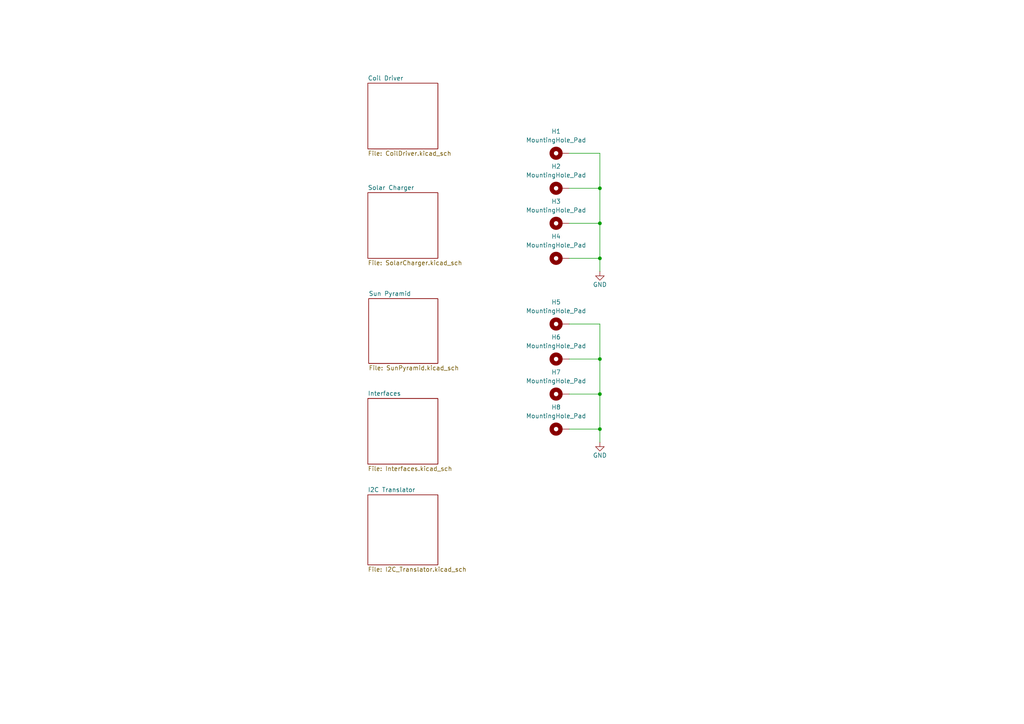
<source format=kicad_sch>
(kicad_sch (version 20231120) (generator "eeschema") (generator_version "8.0")
  (paper "A4")
  (lib_symbols
    (symbol "Mechanical:MountingHole_Pad" (pin_numbers hide) (pin_names (offset 1.016) hide) (exclude_from_sim yes) (in_bom no)
      (property "Reference" "H" (at 0 6.35 0))
      (property "Value" "MountingHole_Pad" (at 0 4.445 0))
      (symbol "MountingHole_Pad_0_1"
        (circle (center 0 1.27) (radius 1.27) (stroke (width 1.27)))
      )
      (symbol "MountingHole_Pad_1_1"
        (pin input line (at 0 -2.54 90) (length 2.54) (name "1") (number "1"))
      )
    )
    (symbol "power:GND" (power) (pin_numbers hide) (pin_names (offset 0) hide)
      (property "Value" "GND" (at 0 -3.81 0))
      (symbol "GND_0_1"
        (polyline (pts (xy 0 0) (xy 0 -1.27) (xy 1.27 -1.27) (xy 0 -2.54) (xy -1.27 -1.27) (xy 0 -1.27)))
      )
      (symbol "GND_1_1"
        (pin power_in line (at 0 0 270) (length 0) (name "~") (number "1"))
      )
    )
  )
  (junction (at 173.99 64.77))
  (junction (at 173.99 114.3))
  (junction (at 173.99 54.61))
  (junction (at 173.99 124.46))
  (junction (at 173.99 74.93))
  (junction (at 173.99 104.14))
  (wire (pts (xy 173.99 104.14) (xy 173.99 93.98)))
  (wire (pts (xy 173.99 124.46) (xy 173.99 114.3)))
  (wire (pts (xy 165.1 54.61) (xy 173.99 54.61)))
  (wire (pts (xy 165.1 64.77) (xy 173.99 64.77)))
  (wire (pts (xy 173.99 54.61) (xy 173.99 44.45)))
  (wire (pts (xy 173.99 64.77) (xy 173.99 54.61)))
  (wire (pts (xy 173.99 93.98) (xy 165.1 93.98)))
  (wire (pts (xy 165.1 104.14) (xy 173.99 104.14)))
  (wire (pts (xy 165.1 74.93) (xy 173.99 74.93)))
  (wire (pts (xy 173.99 124.46) (xy 173.99 128.27)))
  (wire (pts (xy 173.99 74.93) (xy 173.99 64.77)))
  (wire (pts (xy 165.1 114.3) (xy 173.99 114.3)))
  (wire (pts (xy 173.99 74.93) (xy 173.99 78.74)))
  (wire (pts (xy 165.1 124.46) (xy 173.99 124.46)))
  (wire (pts (xy 173.99 44.45) (xy 165.1 44.45)))
  (wire (pts (xy 173.99 114.3) (xy 173.99 104.14)))
  (symbol (lib_id "Mechanical:MountingHole_Pad") (at 162.56 124.46 90) (unit 1) (exclude_from_sim yes) (in_bom no)
    (property "Reference" "H8" (at 161.29 118.11 90))
    (property "Value" "MountingHole_Pad" (at 161.29 120.65 90))
    (property "Footprint" "Argus-Miscellaneous:MountingHole_3.2mm_M3_DIN965_Pad_TopBottom" (effects (hide yes)))
    (property "Description" "Mounting Hole with connection" (effects (hide yes)))
  )
  (symbol (lib_id "Mechanical:MountingHole_Pad") (at 162.56 64.77 90) (unit 1) (exclude_from_sim yes) (in_bom no)
    (property "Reference" "H3" (at 161.29 58.42 90))
    (property "Value" "MountingHole_Pad" (at 161.29 60.96 90))
    (property "Footprint" "Argus-Miscellaneous:MountingHole_3.2mm_M3_DIN965_Pad_TopBottom" (effects (hide yes)))
    (property "Description" "Mounting Hole with connection" (effects (hide yes)))
  )
  (symbol (lib_id "power:GND") (at 173.99 78.74 0) (unit 1)
    (property "Reference" "#PWR01" (effects (hide yes)))
    (property "Value" "GND" (at 173.99 82.55 0))
    (property "Description" "Power symbol creates a global label with name \"GND\" , ground" (effects (hide yes)))
  )
  (symbol (lib_id "Mechanical:MountingHole_Pad") (at 162.56 114.3 90) (unit 1) (exclude_from_sim yes) (in_bom no)
    (property "Reference" "H7" (at 161.29 107.95 90))
    (property "Value" "MountingHole_Pad" (at 161.29 110.49 90))
    (property "Footprint" "Argus-Miscellaneous:MountingHole_3.2mm_M3_DIN965_Pad_TopBottom" (effects (hide yes)))
    (property "Description" "Mounting Hole with connection" (effects (hide yes)))
  )
  (symbol (lib_id "Mechanical:MountingHole_Pad") (at 162.56 104.14 90) (unit 1) (exclude_from_sim yes) (in_bom no)
    (property "Reference" "H6" (at 161.29 97.79 90))
    (property "Value" "MountingHole_Pad" (at 161.29 100.33 90))
    (property "Footprint" "Argus-Miscellaneous:MountingHole_3.2mm_M3_DIN965_Pad_TopBottom" (effects (hide yes)))
    (property "Description" "Mounting Hole with connection" (effects (hide yes)))
  )
  (symbol (lib_id "power:GND") (at 173.99 128.27 0) (unit 1)
    (property "Reference" "#PWR02" (effects (hide yes)))
    (property "Value" "GND" (at 173.99 132.08 0))
    (property "Description" "Power symbol creates a global label with name \"GND\" , ground" (effects (hide yes)))
  )
  (symbol (lib_id "Mechanical:MountingHole_Pad") (at 162.56 74.93 90) (unit 1) (exclude_from_sim yes) (in_bom no)
    (property "Reference" "H4" (at 161.29 68.58 90))
    (property "Value" "MountingHole_Pad" (at 161.29 71.12 90))
    (property "Footprint" "Argus-Miscellaneous:MountingHole_3.2mm_M3_DIN965_Pad_TopBottom" (effects (hide yes)))
    (property "Description" "Mounting Hole with connection" (effects (hide yes)))
  )
  (symbol (lib_id "Mechanical:MountingHole_Pad") (at 162.56 54.61 90) (unit 1) (exclude_from_sim yes) (in_bom no)
    (property "Reference" "H2" (at 161.29 48.26 90))
    (property "Value" "MountingHole_Pad" (at 161.29 50.8 90))
    (property "Footprint" "Argus-Miscellaneous:MountingHole_3.2mm_M3_DIN965_Pad_TopBottom" (effects (hide yes)))
    (property "Description" "Mounting Hole with connection" (effects (hide yes)))
  )
  (symbol (lib_id "Mechanical:MountingHole_Pad") (at 162.56 93.98 90) (unit 1) (exclude_from_sim yes) (in_bom no)
    (property "Reference" "H5" (at 161.29 87.63 90))
    (property "Value" "MountingHole_Pad" (at 161.29 90.17 90))
    (property "Footprint" "Argus-Miscellaneous:MountingHole_3.2mm_M3_DIN965_Pad_TopBottom" (effects (hide yes)))
    (property "Description" "Mounting Hole with connection" (effects (hide yes)))
  )
  (symbol (lib_id "Mechanical:MountingHole_Pad") (at 162.56 44.45 90) (unit 1) (exclude_from_sim yes) (in_bom no)
    (property "Reference" "H1" (at 161.29 38.1 90))
    (property "Value" "MountingHole_Pad" (at 161.29 40.64 90))
    (property "Footprint" "Argus-Miscellaneous:MountingHole_3.2mm_M3_DIN965_Pad_TopBottom" (effects (hide yes)))
    (property "Description" "Mounting Hole with connection" (effects (hide yes)))
  )
  (sheet (at 106.68 55.88) (size 20.32 19.05) (stroke (width 0.1524))
    (property "Sheetname" "Solar Charger" (at 106.68 55.1684 0) (effects (justify left bottom)))
    (property "Sheetfile" "SolarCharger.kicad_sch" (at 106.68 75.5146 0) (effects (justify left top)))
  )
  (sheet (at 106.934 86.614) (size 20.066 18.796) (stroke (width 0.1524))
    (property "Sheetname" "Sun Pyramid" (at 106.934 85.9024 0) (effects (justify left bottom)))
    (property "Sheetfile" "SunPyramid.kicad_sch" (at 106.934 105.9946 0) (effects (justify left top)))
  )
  (sheet (at 106.68 143.51) (size 20.32 20.32) (stroke (width 0.1524))
    (property "Sheetname" "I2C Translator" (at 106.68 142.7984 0) (effects (justify left bottom)))
    (property "Sheetfile" "I2C_Translator.kicad_sch" (at 106.68 164.4146 0) (effects (justify left top)))
  )
  (sheet (at 106.68 115.57) (size 20.32 19.05) (stroke (width 0.1524))
    (property "Sheetname" "Interfaces" (at 106.68 114.8584 0) (effects (justify left bottom)))
    (property "Sheetfile" "Interfaces.kicad_sch" (at 106.68 135.2046 0) (effects (justify left top)))
  )
  (sheet (at 106.68 24.13) (size 20.32 19.05) (stroke (width 0.1524))
    (property "Sheetname" "Coil Driver" (at 106.68 23.4184 0) (effects (justify left bottom)))
    (property "Sheetfile" "CoilDriver.kicad_sch" (at 106.68 43.7646 0) (effects (justify left top)))
  )
)
</source>
